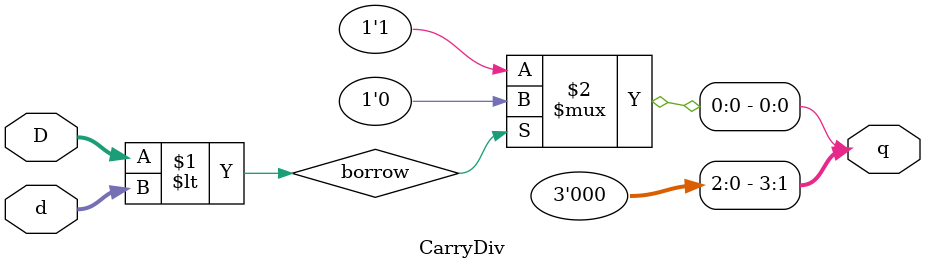
<source format=sv>
module CarryDiv(
    input [3:0] D, d,
    output [3:0] q
);
    wire borrow;
    
    // 直接计算不够借位标志
    assign borrow = (D < d);
    
    // 简化输出逻辑，移除不必要的加法和条件判断
    // 结果为0或1，与原代码功能一致
    assign q = {3'b000, borrow ? 1'b0 : 1'b1};
endmodule
</source>
